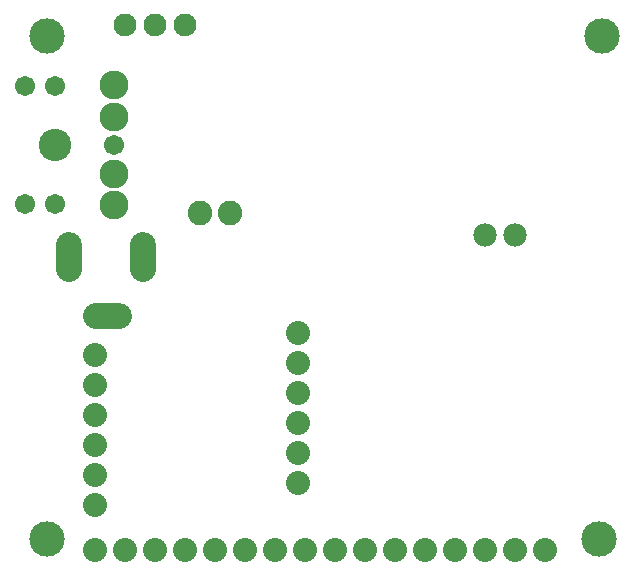
<source format=gbr>
G04 EAGLE Gerber X2 export*
%TF.Part,Single*%
%TF.FileFunction,Soldermask,Bot,1*%
%TF.FilePolarity,Negative*%
%TF.GenerationSoftware,Autodesk,EAGLE,9.0.0*%
%TF.CreationDate,2018-05-04T17:55:18Z*%
G75*
%MOMM*%
%FSLAX34Y34*%
%LPD*%
%AMOC8*
5,1,8,0,0,1.08239X$1,22.5*%
G01*
%ADD10C,3.003200*%
%ADD11C,1.981200*%
%ADD12C,2.743200*%
%ADD13C,2.453200*%
%ADD14C,1.703200*%
%ADD15C,2.082800*%
%ADD16C,1.930400*%
%ADD17C,2.203200*%
%ADD18C,2.032000*%


D10*
X22500Y435600D03*
X22500Y9800D03*
X492500Y435600D03*
X490350Y9800D03*
D11*
X393700Y266700D03*
D12*
X29286Y342916D03*
D13*
X79286Y366916D03*
X79286Y318916D03*
X79286Y291916D03*
X79286Y393916D03*
D14*
X29286Y392916D03*
X29286Y292916D03*
X79286Y342916D03*
X4286Y392916D03*
X4286Y292916D03*
D15*
X152400Y285750D03*
X177800Y285750D03*
D16*
X88900Y444500D03*
X114300Y444500D03*
X139700Y444500D03*
D17*
X104100Y258100D02*
X104100Y238100D01*
X41100Y238100D02*
X41100Y258100D01*
X64100Y198100D02*
X84100Y198100D01*
D18*
X317500Y0D03*
X342900Y0D03*
X368300Y0D03*
X393700Y0D03*
X419100Y0D03*
X444500Y0D03*
X165100Y0D03*
X190500Y0D03*
X215900Y0D03*
X241300Y0D03*
X266700Y0D03*
X292100Y0D03*
X63500Y165100D03*
X63500Y139700D03*
X63500Y114300D03*
X63500Y88900D03*
X63500Y63500D03*
X63500Y38100D03*
X234950Y57150D03*
X234950Y82550D03*
X234950Y107950D03*
X234950Y133350D03*
X234950Y158750D03*
X234950Y184150D03*
X63500Y0D03*
X88900Y0D03*
X114300Y0D03*
X139700Y0D03*
D11*
X419100Y266700D03*
M02*

</source>
